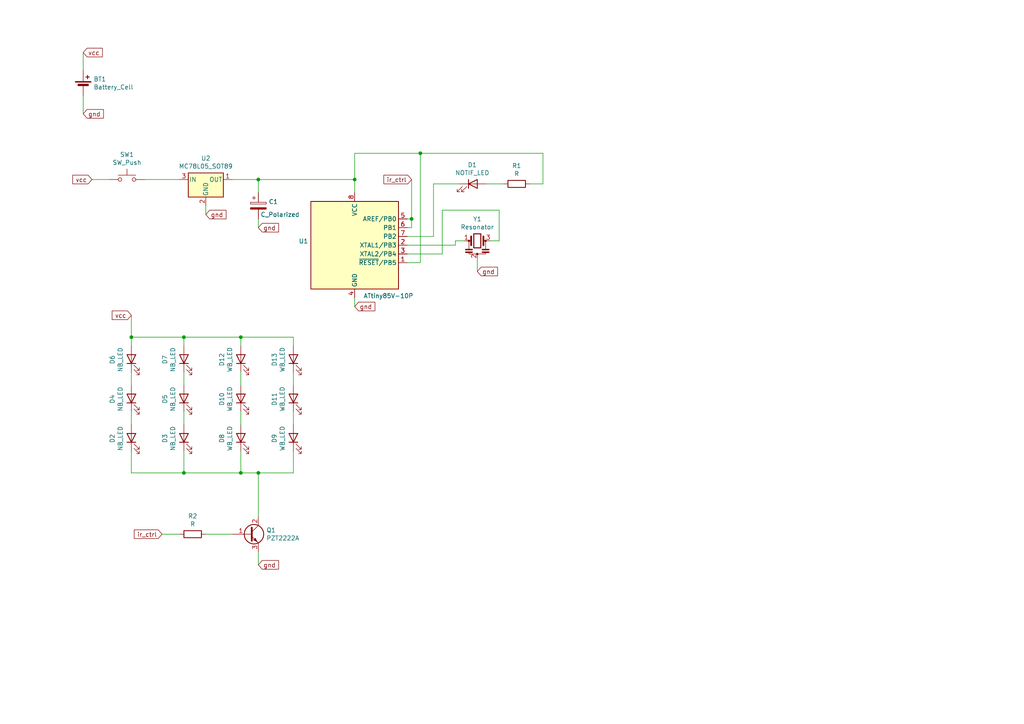
<source format=kicad_sch>
(kicad_sch (version 20230121) (generator eeschema)
  (paper "A4")
  (lib_symbols
    (symbol "Device:Battery_Cell" (pin_numbers hide) (pin_names (offset 0) hide)
      (property "Reference" "BT" (at 2.54 2.54 0))
      (property "Value" "Battery_Cell" (at 2.54 0 0))
      (symbol "Battery_Cell_0_1"
        (rectangle (start -2.286 1.778) (end 2.286 1.524) (fill (type outline)))
        (rectangle (start -1.524 1.016) (end 1.524 0.508) (fill (type outline)))
        (polyline (pts (xy 0 0.762) (xy 0 0)))
        (polyline (pts (xy 0 1.778) (xy 0 2.54)))
        (polyline (pts (xy 0.762 3.048) (xy 1.778 3.048)) (stroke (width 0.254)))
        (polyline (pts (xy 1.27 3.556) (xy 1.27 2.54)) (stroke (width 0.254)))
      )
      (symbol "Battery_Cell_1_1"
        (pin passive line (at 0 5.08 270) (length 2.54) (name "+") (number "1"))
        (pin passive line (at 0 -2.54 90) (length 2.54) (name "-") (number "2"))
      )
    )
    (symbol "Device:C_Polarized" (pin_numbers hide) (pin_names (offset 0.254))
      (property "Reference" "C" (at 0.635 2.54 0))
      (property "Value" "C_Polarized" (at 0.635 -2.54 0))
      (symbol "C_Polarized_0_1"
        (rectangle (start -2.286 0.508) (end 2.286 1.016))
        (polyline (pts (xy -1.778 2.286) (xy -0.762 2.286)))
        (polyline (pts (xy -1.27 2.794) (xy -1.27 1.778)))
        (rectangle (start 2.286 -0.508) (end -2.286 -1.016) (fill (type outline)))
      )
      (symbol "C_Polarized_1_1"
        (pin passive line (at 0 3.81 270) (length 2.794) (name "~") (number "1"))
        (pin passive line (at 0 -3.81 90) (length 2.794) (name "~") (number "2"))
      )
    )
    (symbol "Device:LED" (pin_numbers hide) (pin_names (offset 1.016) hide)
      (property "Reference" "D" (at 0 2.54 0))
      (property "Value" "LED" (at 0 -2.54 0))
      (symbol "LED_0_1"
        (polyline (pts (xy -1.27 -1.27) (xy -1.27 1.27)) (stroke (width 0.254)))
        (polyline (pts (xy -1.27 0) (xy 1.27 0)))
        (polyline (pts (xy 1.27 -1.27) (xy 1.27 1.27) (xy -1.27 0) (xy 1.27 -1.27)) (stroke (width 0.254)))
        (polyline (pts (xy -3.048 -0.762) (xy -4.572 -2.286) (xy -3.81 -2.286) (xy -4.572 -2.286) (xy -4.572 -1.524)))
        (polyline (pts (xy -1.778 -0.762) (xy -3.302 -2.286) (xy -2.54 -2.286) (xy -3.302 -2.286) (xy -3.302 -1.524)))
      )
      (symbol "LED_1_1"
        (pin passive line (at -3.81 0 0) (length 2.54) (name "K") (number "1"))
        (pin passive line (at 3.81 0 180) (length 2.54) (name "A") (number "2"))
      )
    )
    (symbol "Device:R" (pin_numbers hide) (pin_names (offset 0))
      (property "Reference" "R" (at 2.032 0 90))
      (property "Value" "R" (at 0 0 90))
      (symbol "R_0_1"
        (rectangle (start -1.016 -2.54) (end 1.016 2.54) (stroke (width 0.254)))
      )
      (symbol "R_1_1"
        (pin passive line (at 0 3.81 270) (length 1.27) (name "~") (number "1"))
        (pin passive line (at 0 -3.81 90) (length 1.27) (name "~") (number "2"))
      )
    )
    (symbol "Device:Resonator" (pin_names (offset 1.016) hide)
      (property "Reference" "Y" (at 0 5.715 0))
      (property "Value" "Resonator" (at 0 3.81 0))
      (symbol "Resonator_0_1"
        (rectangle (start -3.429 -3.175) (end -1.397 -3.429) (fill (type outline)))
        (rectangle (start -3.429 -2.413) (end -1.397 -2.667) (fill (type outline)))
        (circle (center -2.413 0) (radius 0.254) (fill (type outline)))
        (rectangle (start -1.016 2.032) (end 1.016 -2.032) (stroke (width 0.3048)))
        (circle (center 0 -3.81) (radius 0.254) (fill (type outline)))
        (polyline (pts (xy -2.413 -2.413) (xy -2.413 0)))
        (polyline (pts (xy -1.905 0) (xy -3.175 0)))
        (polyline (pts (xy -1.778 -1.27) (xy -1.778 1.27)) (stroke (width 0.508)))
        (polyline (pts (xy 1.778 -1.27) (xy 1.778 1.27)) (stroke (width 0.508)))
        (polyline (pts (xy 1.905 0) (xy 2.54 0)))
        (polyline (pts (xy 2.413 0) (xy 2.413 -2.54)))
        (polyline (pts (xy 2.413 -3.302) (xy 2.413 -3.81) (xy -2.413 -3.81) (xy -2.413 -3.302)))
        (rectangle (start 1.397 -3.175) (end 3.429 -3.429) (fill (type outline)))
        (rectangle (start 1.397 -2.413) (end 3.429 -2.667) (fill (type outline)))
        (circle (center 2.413 0) (radius 0.254) (fill (type outline)))
      )
      (symbol "Resonator_1_1"
        (pin passive line (at -3.81 0 0) (length 1.27) (name "1") (number "1"))
        (pin passive line (at 0 -5.08 90) (length 1.27) (name "2") (number "2"))
        (pin passive line (at 3.81 0 180) (length 1.27) (name "3") (number "3"))
      )
    )
    (symbol "MCU_Microchip_ATtiny:ATtiny85V-10P"
      (property "Reference" "U" (at -12.7 13.97 0))
      (property "Value" "ATtiny85V-10P" (at 2.54 -13.97 0))
      (symbol "ATtiny85V-10P_0_1"
        (rectangle (start -12.7 -12.7) (end 12.7 12.7) (stroke (width 0.254)) (fill (type background)))
      )
      (symbol "ATtiny85V-10P_1_1"
        (pin bidirectional line (at 15.24 -5.08 180) (length 2.54) (name "~{RESET}/PB5") (number "1"))
        (pin bidirectional line (at 15.24 0 180) (length 2.54) (name "XTAL1/PB3") (number "2"))
        (pin bidirectional line (at 15.24 -2.54 180) (length 2.54) (name "XTAL2/PB4") (number "3"))
        (pin power_in line (at 0 -15.24 90) (length 2.54) (name "GND") (number "4"))
        (pin bidirectional line (at 15.24 7.62 180) (length 2.54) (name "AREF/PB0") (number "5"))
        (pin bidirectional line (at 15.24 5.08 180) (length 2.54) (name "PB1") (number "6"))
        (pin bidirectional line (at 15.24 2.54 180) (length 2.54) (name "PB2") (number "7"))
        (pin power_in line (at 0 15.24 270) (length 2.54) (name "VCC") (number "8"))
      )
    )
    (symbol "Regulator_Linear:MC78L05_SOT89" (pin_names (offset 0.254))
      (property "Reference" "U" (at -3.81 3.175 0))
      (property "Value" "MC78L05_SOT89" (at -0.635 3.175 0))
      (symbol "MC78L05_SOT89_0_1"
        (rectangle (start -5.08 1.905) (end 5.08 -5.08) (stroke (width 0.254)) (fill (type background)))
      )
      (symbol "MC78L05_SOT89_1_1"
        (pin power_out line (at 7.62 0 180) (length 2.54) (name "OUT") (number "1"))
        (pin power_in line (at 0 -7.62 90) (length 2.54) (name "GND") (number "2"))
        (pin power_in line (at -7.62 0 0) (length 2.54) (name "IN") (number "3"))
      )
    )
    (symbol "Switch:SW_Push" (pin_numbers hide) (pin_names (offset 1.016) hide)
      (property "Reference" "SW" (at 1.27 2.54 0))
      (property "Value" "SW_Push" (at 0 -1.524 0))
      (symbol "SW_Push_0_1"
        (circle (center -2.032 0) (radius 0.508))
        (polyline (pts (xy 0 1.27) (xy 0 3.048)))
        (polyline (pts (xy 2.54 1.27) (xy -2.54 1.27)))
        (circle (center 2.032 0) (radius 0.508))
        (pin passive line (at -5.08 0 0) (length 2.54) (name "1") (number "1"))
        (pin passive line (at 5.08 0 180) (length 2.54) (name "2") (number "2"))
      )
    )
    (symbol "Transistor_BJT:PZT2222A" (pin_names (offset 0) hide)
      (property "Reference" "Q" (at 5.08 1.905 0))
      (property "Value" "PZT2222A" (at 5.08 0 0))
      (symbol "PZT2222A_0_1"
        (polyline (pts (xy 0 0) (xy 0.635 0)))
        (polyline (pts (xy 2.54 -2.54) (xy 0.635 -0.635)))
        (polyline (pts (xy 2.54 2.54) (xy 0.635 0.635)))
        (polyline (pts (xy 0.635 1.905) (xy 0.635 -1.905) (xy 0.635 -1.905)) (stroke (width 0.508)))
        (polyline (pts (xy 2.286 -2.286) (xy 1.778 -1.778) (xy 1.778 -1.778)))
        (polyline (pts (xy 1.143 -1.651) (xy 1.651 -1.143) (xy 2.159 -2.159) (xy 1.143 -1.651) (xy 1.143 -1.651)) (fill (type outline)))
        (circle (center 1.27 0) (radius 2.8194) (stroke (width 0.254)))
      )
      (symbol "PZT2222A_1_1"
        (pin input line (at -5.08 0 0) (length 5.08) (name "B") (number "1"))
        (pin passive line (at 2.54 5.08 270) (length 2.54) (name "C") (number "2"))
        (pin passive line (at 2.54 -5.08 90) (length 2.54) (name "E") (number "3"))
      )
    )
  )
  (junction (at 102.87 52.07))
  (junction (at 69.85 137.16))
  (junction (at 74.93 137.16))
  (junction (at 53.34 97.79))
  (junction (at 69.85 97.79))
  (junction (at 121.92 44.45))
  (junction (at 119.38 63.5))
  (junction (at 74.93 52.07))
  (junction (at 53.34 137.16))
  (junction (at 38.1 97.79))
  (wire (pts (xy 85.09 119.38) (xy 85.09 123.19)))
  (wire (pts (xy 26.67 52.07) (xy 31.75 52.07)))
  (wire (pts (xy 119.38 66.04) (xy 119.38 63.5)))
  (wire (pts (xy 53.34 137.16) (xy 53.34 130.81)))
  (wire (pts (xy 74.93 55.88) (xy 74.93 52.07)))
  (wire (pts (xy 69.85 137.16) (xy 74.93 137.16)))
  (wire (pts (xy 121.92 44.45) (xy 102.87 44.45)))
  (wire (pts (xy 53.34 97.79) (xy 53.34 100.33)))
  (wire (pts (xy 128.27 60.96) (xy 144.78 60.96)))
  (wire (pts (xy 118.11 73.66) (xy 128.27 73.66)))
  (wire (pts (xy 38.1 130.81) (xy 38.1 137.16)))
  (wire (pts (xy 144.78 69.85) (xy 142.24 69.85)))
  (wire (pts (xy 138.43 74.93) (xy 138.43 78.74)))
  (wire (pts (xy 119.38 63.5) (xy 119.38 52.07)))
  (wire (pts (xy 24.13 15.24) (xy 24.13 20.32)))
  (wire (pts (xy 38.1 97.79) (xy 53.34 97.79)))
  (wire (pts (xy 69.85 119.38) (xy 69.85 123.19)))
  (wire (pts (xy 38.1 137.16) (xy 53.34 137.16)))
  (wire (pts (xy 118.11 66.04) (xy 119.38 66.04)))
  (wire (pts (xy 38.1 119.38) (xy 38.1 123.19)))
  (wire (pts (xy 74.93 149.86) (xy 74.93 137.16)))
  (wire (pts (xy 67.31 52.07) (xy 74.93 52.07)))
  (wire (pts (xy 85.09 97.79) (xy 85.09 100.33)))
  (wire (pts (xy 38.1 91.44) (xy 38.1 97.79)))
  (wire (pts (xy 46.99 154.94) (xy 52.07 154.94)))
  (wire (pts (xy 38.1 107.95) (xy 38.1 111.76)))
  (wire (pts (xy 74.93 160.02) (xy 74.93 163.83)))
  (wire (pts (xy 118.11 63.5) (xy 119.38 63.5)))
  (wire (pts (xy 74.93 52.07) (xy 102.87 52.07)))
  (wire (pts (xy 102.87 86.36) (xy 102.87 88.9)))
  (wire (pts (xy 121.92 76.2) (xy 121.92 44.45)))
  (wire (pts (xy 118.11 68.58) (xy 125.73 68.58)))
  (wire (pts (xy 118.11 71.12) (xy 132.08 71.12)))
  (wire (pts (xy 59.69 154.94) (xy 67.31 154.94)))
  (wire (pts (xy 128.27 73.66) (xy 128.27 60.96)))
  (wire (pts (xy 144.78 60.96) (xy 144.78 69.85)))
  (wire (pts (xy 102.87 44.45) (xy 102.87 52.07)))
  (wire (pts (xy 69.85 97.79) (xy 69.85 100.33)))
  (wire (pts (xy 132.08 71.12) (xy 132.08 69.85)))
  (wire (pts (xy 69.85 97.79) (xy 85.09 97.79)))
  (wire (pts (xy 41.91 52.07) (xy 52.07 52.07)))
  (wire (pts (xy 38.1 100.33) (xy 38.1 97.79)))
  (wire (pts (xy 102.87 52.07) (xy 102.87 55.88)))
  (wire (pts (xy 24.13 27.94) (xy 24.13 33.02)))
  (wire (pts (xy 157.48 53.34) (xy 157.48 44.45)))
  (wire (pts (xy 157.48 44.45) (xy 121.92 44.45)))
  (wire (pts (xy 153.67 53.34) (xy 157.48 53.34)))
  (wire (pts (xy 53.34 119.38) (xy 53.34 123.19)))
  (wire (pts (xy 74.93 137.16) (xy 85.09 137.16)))
  (wire (pts (xy 53.34 97.79) (xy 69.85 97.79)))
  (wire (pts (xy 125.73 53.34) (xy 133.35 53.34)))
  (wire (pts (xy 125.73 68.58) (xy 125.73 53.34)))
  (wire (pts (xy 85.09 137.16) (xy 85.09 130.81)))
  (wire (pts (xy 53.34 137.16) (xy 69.85 137.16)))
  (wire (pts (xy 69.85 137.16) (xy 69.85 130.81)))
  (wire (pts (xy 140.97 53.34) (xy 146.05 53.34)))
  (wire (pts (xy 132.08 69.85) (xy 134.62 69.85)))
  (wire (pts (xy 85.09 107.95) (xy 85.09 111.76)))
  (wire (pts (xy 118.11 76.2) (xy 121.92 76.2)))
  (wire (pts (xy 74.93 66.04) (xy 74.93 63.5)))
  (wire (pts (xy 69.85 107.95) (xy 69.85 111.76)))
  (wire (pts (xy 59.69 59.69) (xy 59.69 62.23)))
  (wire (pts (xy 53.34 107.95) (xy 53.34 111.76)))
  (global_label "vcc" (shape input) (at 38.1 91.44 180) (property "Intersheetrefs" "${INTERSHEET_REFS}" (effects hide)))
  (global_label "vcc" (shape input) (at 26.67 52.07 180) (property "Intersheetrefs" "${INTERSHEET_REFS}" (effects hide)))
  (global_label "gnd" (shape input) (at 59.69 62.23 0) (property "Intersheetrefs" "${INTERSHEET_REFS}" (effects hide)))
  (global_label "ir_ctrl" (shape input) (at 46.99 154.94 180) (property "Intersheetrefs" "${INTERSHEET_REFS}" (effects hide)))
  (global_label "ir_ctrl" (shape input) (at 119.38 52.07 180) (property "Intersheetrefs" "${INTERSHEET_REFS}" (effects hide)))
  (global_label "vcc" (shape input) (at 24.13 15.24 0) (property "Intersheetrefs" "${INTERSHEET_REFS}" (effects hide)))
  (global_label "gnd" (shape input) (at 138.43 78.74 0) (property "Intersheetrefs" "${INTERSHEET_REFS}" (effects hide)))
  (global_label "gnd" (shape input) (at 102.87 88.9 0) (property "Intersheetrefs" "${INTERSHEET_REFS}" (effects hide)))
  (global_label "gnd" (shape input) (at 74.93 163.83 0) (property "Intersheetrefs" "${INTERSHEET_REFS}" (effects hide)))
  (global_label "gnd" (shape input) (at 24.13 33.02 0) (property "Intersheetrefs" "${INTERSHEET_REFS}" (effects hide)))
  (global_label "gnd" (shape input) (at 74.93 66.04 0) (property "Intersheetrefs" "${INTERSHEET_REFS}" (effects hide)))
  (symbol (lib_id "Device:Battery_Cell") (at 24.13 25.4 0) (unit 1)
    (property "Reference" "BT1" (at 27.1272 22.9616 0) (effects (justify left)))
    (property "Value" "Battery_Cell" (at 27.1272 25.273 0) (effects (justify left)))
    (property "Footprint" "homemade_footprints:BatteryHolder_Eagle_12BH611-GR_REMOVE_ONE_HOLE" (effects hide))
  )
  (symbol (lib_id "MCU_Microchip_ATtiny:ATtiny85V-10P") (at 102.87 71.12 0) (unit 1)
    (property "Reference" "U1" (at 89.408 69.9516 0) (effects (justify right)))
    (property "Value" "ATtiny85V-10P" (at 105.41 85.09 0) (effects (justify left top)))
    (property "Footprint" "Package_DIP:DIP-8_W7.62mm" (effects hide))
    (property "Datasheet" "http://ww1.microchip.com/downloads/en/DeviceDoc/atmel-2586-avr-8-bit-microcontroller-attiny25-attiny45-attiny85_datasheet.pdf" (effects hide))
  )
  (symbol (lib_id "Regulator_Linear:MC78L05_SOT89") (at 59.69 52.07 0) (unit 1)
    (property "Reference" "U2" (at 59.69 45.9232 0))
    (property "Value" "MC78L05_SOT89" (at 59.69 48.2346 0))
    (property "Footprint" "Package_TO_SOT_SMD:SOT-89-3" (effects hide))
    (property "Datasheet" "http://www.fairchildsemi.com/ds/LM/LM78L05A.pdf" (effects hide))
  )
  (symbol (lib_id "Transistor_BJT:PZT2222A") (at 72.39 154.94 0) (unit 1)
    (property "Reference" "Q1" (at 77.2414 153.7716 0) (effects (justify left)))
    (property "Value" "PZT2222A" (at 77.2414 156.083 0) (effects (justify left)))
    (property "Footprint" "Package_TO_SOT_SMD:SOT-223" (effects hide))
    (property "Datasheet" "http://www.fairchildsemi.com/ds/PN/PN2222A.pdf" (effects hide))
  )
  (symbol (lib_id "Device:R") (at 149.86 53.34 270) (unit 1)
    (property "Reference" "R1" (at 149.86 48.0822 90))
    (property "Value" "R" (at 149.86 50.3936 90))
    (property "Footprint" "Resistor_SMD:R_1206_3216Metric" (effects hide))
  )
  (symbol (lib_id "Device:R") (at 55.88 154.94 270) (unit 1)
    (property "Reference" "R2" (at 55.88 149.6822 90))
    (property "Value" "R" (at 55.88 151.9936 90))
    (property "Footprint" "Resistor_SMD:R_1206_3216Metric" (effects hide))
  )
  (symbol (lib_id "Device:C_Polarized") (at 74.93 59.69 0) (unit 1)
    (property "Reference" "C1" (at 77.9272 58.5216 0) (effects (justify left)))
    (property "Value" "C_Polarized" (at 75.565 62.23 0) (effects (justify left)))
    (property "Footprint" "Capacitor_SMD:CP_Elec_6.3x5.4" (effects hide))
  )
  (symbol (lib_id "Switch:SW_Push") (at 36.83 52.07 0) (unit 1)
    (property "Reference" "SW1" (at 36.83 44.831 0))
    (property "Value" "SW_Push" (at 36.83 47.1424 0))
    (property "Footprint" "Button_Switch_THT:SW_Tactile_SPST_Angled_PTS645Vx58-2LFS" (effects hide))
  )
  (symbol (lib_id "Device:Resonator") (at 138.43 69.85 0) (unit 1)
    (property "Reference" "Y1" (at 138.43 63.5508 0))
    (property "Value" "Resonator" (at 138.43 65.8622 0))
    (property "Footprint" "Crystal:Resonator-3Pin_W8.0mm_H3.5mm" (effects hide))
  )
  (symbol (lib_id "Device:LED") (at 137.16 53.34 0) (unit 1)
    (property "Reference" "D1" (at 136.9822 47.8282 0))
    (property "Value" "NOTIF_LED" (at 136.9822 50.1396 0))
    (property "Footprint" "LED_THT:LED_D3.0mm_Horizontal_O1.27mm_Z2.0mm" (effects hide))
  )
  (symbol (lib_id "Device:LED") (at 38.1 127 90) (unit 1)
    (property "Reference" "D2" (at 32.5882 127.1778 0))
    (property "Value" "NB_LED" (at 34.8996 127.1778 0))
    (property "Footprint" "LED_THT:LED_D5.0mm_IRBlack" (effects hide))
  )
  (symbol (lib_id "Device:LED") (at 53.34 127 90) (unit 1)
    (property "Reference" "D3" (at 47.8282 127.1778 0))
    (property "Value" "NB_LED" (at 50.1396 127.1778 0))
    (property "Footprint" "LED_THT:LED_D5.0mm_IRBlack" (effects hide))
  )
  (symbol (lib_id "Device:LED") (at 38.1 115.57 90) (unit 1)
    (property "Reference" "D4" (at 32.5882 115.7478 0))
    (property "Value" "NB_LED" (at 34.8996 115.7478 0))
    (property "Footprint" "LED_THT:LED_D5.0mm_IRBlack" (effects hide))
  )
  (symbol (lib_id "Device:LED") (at 53.34 115.57 90) (unit 1)
    (property "Reference" "D5" (at 47.8282 115.7478 0))
    (property "Value" "NB_LED" (at 50.1396 115.7478 0))
    (property "Footprint" "LED_THT:LED_D5.0mm_IRBlack" (effects hide))
  )
  (symbol (lib_id "Device:LED") (at 38.1 104.14 90) (unit 1)
    (property "Reference" "D6" (at 32.5882 104.3178 0))
    (property "Value" "NB_LED" (at 34.8996 104.3178 0))
    (property "Footprint" "LED_THT:LED_D5.0mm_IRBlack" (effects hide))
  )
  (symbol (lib_id "Device:LED") (at 53.34 104.14 90) (unit 1)
    (property "Reference" "D7" (at 47.8282 104.3178 0))
    (property "Value" "NB_LED" (at 50.1396 104.3178 0))
    (property "Footprint" "LED_THT:LED_D5.0mm_IRBlack" (effects hide))
  )
  (symbol (lib_id "Device:LED") (at 69.85 127 90) (unit 1)
    (property "Reference" "D8" (at 64.3382 127.1778 0))
    (property "Value" "WB_LED" (at 66.6496 127.1778 0))
    (property "Footprint" "LED_THT:LED_D5.0mm_IRGrey" (effects hide))
  )
  (symbol (lib_id "Device:LED") (at 85.09 127 90) (unit 1)
    (property "Reference" "D9" (at 79.5782 127.1778 0))
    (property "Value" "WB_LED" (at 81.8896 127.1778 0))
    (property "Footprint" "LED_THT:LED_D5.0mm_IRGrey" (effects hide))
  )
  (symbol (lib_id "Device:LED") (at 69.85 115.57 90) (unit 1)
    (property "Reference" "D10" (at 64.3382 115.7478 0))
    (property "Value" "WB_LED" (at 66.6496 115.7478 0))
    (property "Footprint" "LED_THT:LED_D5.0mm_IRGrey" (effects hide))
  )
  (symbol (lib_id "Device:LED") (at 85.09 115.57 90) (unit 1)
    (property "Reference" "D11" (at 79.5782 115.7478 0))
    (property "Value" "WB_LED" (at 81.8896 115.7478 0))
    (property "Footprint" "LED_THT:LED_D5.0mm_IRGrey" (effects hide))
  )
  (symbol (lib_id "Device:LED") (at 69.85 104.14 90) (unit 1)
    (property "Reference" "D12" (at 64.3382 104.3178 0))
    (property "Value" "WB_LED" (at 66.6496 104.3178 0))
    (property "Footprint" "LED_THT:LED_D5.0mm_IRGrey" (effects hide))
  )
  (symbol (lib_id "Device:LED") (at 85.09 104.14 90) (unit 1)
    (property "Reference" "D13" (at 79.5782 104.3178 0))
    (property "Value" "WB_LED" (at 81.8896 104.3178 0))
    (property "Footprint" "LED_THT:LED_D5.0mm_IRGrey" (effects hide))
  )
)
</source>
